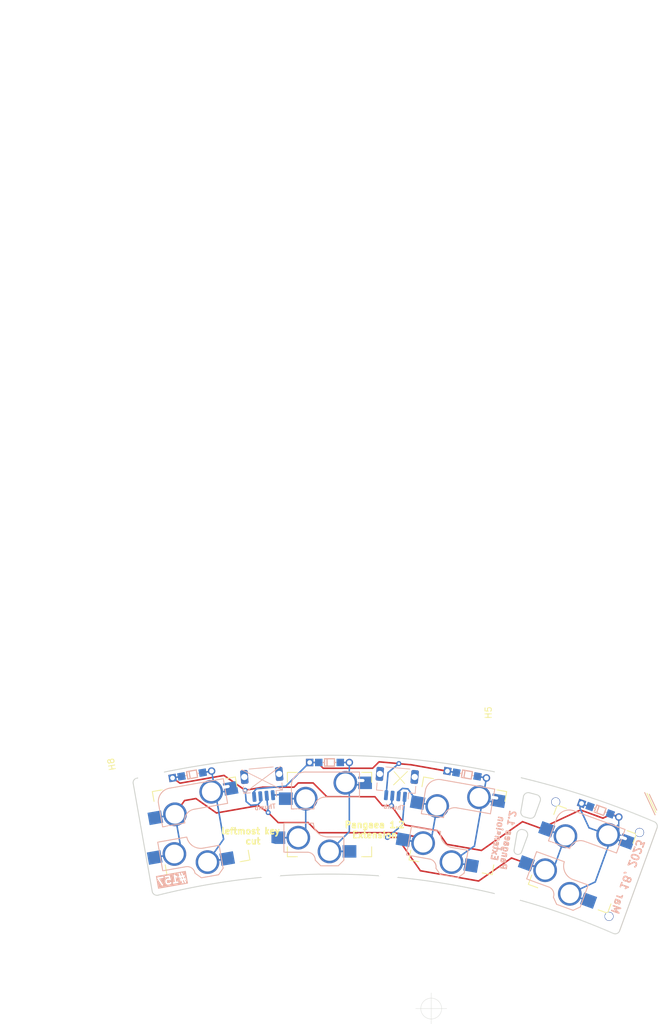
<source format=kicad_pcb>
(kicad_pcb (version 20221018) (generator pcbnew)
  (title_block (rev "1") (company "@e3w2q"))
  (layers (0 "F.Cu" signal) (31 "B.Cu" signal) (34 "B.Paste" user) (35 "F.Paste" user) (36 "B.SilkS" user "B.Silkscreen") (37 "F.SilkS" user "F.Silkscreen") (38 "B.Mask" user) (39 "F.Mask" user) (44 "Edge.Cuts" user))
  (net 0 "")
  (footprint "#footprint:CherryMX_Choc_Hotswap_rev9_test" (layer "F.Cu") (at 87.820884 125.352791 -10)
    (fp_text reference "SW20" hide)
    (fp_text value "SW_Push" hide)
    (fp_line (start -7.3 1.4) (end -7.3 6) (stroke (width 0.15)) (layer "B.SilkS"))
    (fp_line (start -6.1 -4.85) (end -6.1 -0.905) (stroke (width 0.15)) (layer "B.SilkS"))
    (fp_line (start -6.1 -0.896) (end -2.49 -0.896) (stroke (width 0.15)) (layer "B.SilkS"))
    (fp_line (start -3.5 6.025) (end -7.275 6.025) (stroke (width 0.15)) (layer "B.SilkS"))
    (fp_line (start -2.575 1.375) (end -7.3 1.375) (stroke (width 0.15)) (layer "B.SilkS"))
    (fp_line (start -2.28 7.3) (end -1.4 8.2) (stroke (width 0.15)) (layer "B.SilkS"))
    (fp_line (start 1.4 8.2) (end -1.4 8.2) (stroke (width 0.15)) (layer "B.SilkS"))
    (fp_line (start 2.275 3.575) (end -0.275 3.575) (stroke (width 0.15)) (layer "B.SilkS"))
    (fp_line (start 2.3 3.6) (end 2.3 7.3) (stroke (width 0.15)) (layer "B.SilkS"))
    (fp_line (start 2.3 7.3) (end 1.4 8.2) (stroke (width 0.15)) (layer "B.SilkS"))
    (fp_line (start 4.8 -6.804) (end -3.825 -6.804) (stroke (width 0.15)) (layer "B.SilkS"))
    (fp_line (start 4.8 -2.8) (end -0.6 -2.8) (stroke (width 0.15)) (layer "B.SilkS"))
    (fp_line (start 4.8 -2.8) (end 4.8 -6.804) (stroke (width 0.15)) (layer "B.SilkS"))
    (fp_arc (start -6.1 -4.85) (mid -5.3507 -6.278974) (end -3.825 -6.804) (stroke (width 0.15)) (layer "B.SilkS"))
    (fp_arc (start -3.5 6.025) (mid -2.633993 6.417536) (end -2.28 7.3) (stroke (width 0.15)) (layer "B.SilkS"))
    (fp_arc (start -2.49 -0.896) (mid -1.960306 -2.260251) (end -0.6 -2.8) (stroke (width 0.15)) (layer "B.SilkS"))
    (fp_arc (start -0.275 3.575) (mid -1.872559 2.942903) (end -2.575 1.375) (stroke (width 0.15)) (layer "B.SilkS"))
    (fp_line (start -6.746875 -6.746875) (end -5.159375 -6.746875) (stroke (width 0.15)) (layer "F.SilkS"))
    (fp_line (start -6.746875 -5.159375) (end -6.746875 -6.746875) (stroke (width 0.15)) (layer "F.SilkS"))
    (fp_line (start -6.746875 6.746875) (end -6.746875 5.159375) (stroke (width 0.15)) (layer "F.SilkS"))
    (fp_line (start -5.159375 6.746875) (end -6.746875 6.746875) (stroke (width 0.15)) (layer "F.SilkS"))
    (fp_line (start 5.159375 -6.746875) (end 6.746875 -6.746875) (stroke (width 0.15)) (layer "F.SilkS"))
    (fp_line (start 6.746875 -6.746875) (end 6.746875 -5.159375) (stroke (width 0.15)) (layer "F.SilkS"))
    (fp_line (start 6.746875 5.159375) (end 6.746875 6.746875) (stroke (width 0.15)) (layer "F.SilkS"))
    (fp_line (start 6.746875 6.746875) (end 5.159375 6.746875) (stroke (width 0.15)) (layer "F.SilkS"))
    (pad "" np_thru_hole circle (at -5.5 0 80) (size 1.68 1.68) (drill 1.68) (layers "F&B.Cu" "*.Mask"))
    (pad "" np_thru_hole circle (at -5.08 0 350) (size 1.7 1.7) (drill 1.7) (layers "*.Cu" "*.Mask"))
    (pad "" np_thru_hole circle (at 0 0 80) (size 4.9 4.9) (drill 4.9) (layers "F&B.Cu" "*.Mask"))
    (pad "" np_thru_hole oval (at 5 -5.45 170) (size 1.2 0.5) (drill oval 1.2 0.5) (layers "F&B.Cu" "*.Mask"))
    (pad "" np_thru_hole circle (at 5.08 0 350) (size 1.7 1.7) (drill 1.7) (layers "*.Cu" "*.Mask"))
    (pad "" np_thru_hole circle (at 5.5 0 80) (size 1.68 1.68) (drill 1.68) (layers "F&B.Cu" "*.Mask"))
    (pad "1" smd rect (at -8.2 3.7 350) (size 2.2 2) (layers "B.Cu" "B.Paste" "B.Mask"))
    (pad "1" smd rect (at -7 -2.54 350) (size 2.2 2) (layers "B.Cu" "B.Paste" "B.Mask"))
    (pad "1" thru_hole circle (at -5 3.7 80) (size 3.8 3.8) (drill 3) (layers "*.Cu" "B.Mask"))
    (pad "1" thru_hole circle (at -3.81 -2.54 170) (size 3.8 3.8) (drill 3) (layers "*.Cu" "B.Mask"))
    (pad "2" thru_hole circle (at 0 5.9 80) (size 3.8 3.8) (drill 3) (layers "*.Cu" "B.Mask"))
    (pad "2" thru_hole circle (at 2.54 -5.08 170) (size 3.8 3.8) (drill 3) (layers "*.Cu" "B.Mask"))
    (pad "2" smd rect (at 3.2 5.89 350) (size 2.2 2) (layers "B.Cu" "B.Paste" "B.Mask"))
    (pad "2" smd rect (at 5.7 -5.08 350) (size 2.2 2) (layers "B.Cu" "B.Paste" "B.Mask"))
  )
  (footprint "#footprint:M1.4_tapping_Hole_rev2" (layer "F.Cu") (at 116.915481 126.420537)
    (fp_text reference "H55" hide)
    (fp_text value "MountingHole" hide)
    (pad "" thru_hole circle (at 0 0) (size 1.43 1.43) (drill 1.28) (layers "*.Cu" "*.Mask"))
  )
  (footprint "#footprint:M2_Nut_Hole_rev2" (layer "F.Cu") (at 76.788168 131.09425 90)
    (fp_text reference "H14")
    (fp_text value "MountingHole")
    (pad "" np_thru_hole oval (at 0 0 90) (size 6 4.2) (drill oval 6 4.2) (layers "F&B.Cu" "*.Mask"))
  )
  (footprint "#footprint:diode_TH_SMD_rev3" (layer "F.Cu") (at 45.255191 117.142488 10)
    (fp_text reference "D16")
    (fp_text value "D" hide)
    (fp_line (start -0.992182 0) (end -0.793744 0) (stroke (width 0.2)) (layer "B.SilkS"))
    (fp_line (start -0.793744 -0.595314) (end -0.793744 0.595314) (stroke (width 0.2)) (layer "B.SilkS"))
    (fp_line (start -0.793744 0.595314) (end 0.79376 0.595314) (stroke (width 0.2)) (layer "B.SilkS"))
    (fp_line (start -0.396868 0.595314) (end -0.396868 -0.595314) (stroke (width 0.2)) (layer "B.SilkS"))
    (fp_line (start 0.79376 -0.595314) (end -0.793744 -0.595314) (stroke (width 0.2)) (layer "B.SilkS"))
    (fp_line (start 0.79376 0) (end 0.992198 0) (stroke (width 0.2)) (layer "B.SilkS"))
    (fp_line (start 0.79376 0.595314) (end 0.79376 -0.595314) (stroke (width 0.2)) (layer "B.SilkS"))
    (pad "1" thru_hole rect (at -3.175 0 10) (size 1.2 1.2) (drill 0.75) (layers "*.Cu" "B.Mask"))
    (pad "1" smd rect (at -1.725 0 10) (size 1.2 1.2) (layers "B.Cu" "B.Paste" "B.Mask"))
    (pad "2" smd rect (at 1.725 0 10) (size 1.2 1.2) (layers "B.Cu" "B.Paste" "B.Mask"))
    (pad "2" thru_hole circle (at 3.175 0 10) (size 1.2 1.2) (drill 0.75) (layers "*.Cu" "B.Mask"))
  )
  (footprint "#footprint:M2_Nut_Hole_rev2" (layer "F.Cu") (at 38.688172 116.409876 90)
    (fp_text reference "H8" (at 0.898946 -6.308789 100 unlocked) (layer "F.SilkS"))
    (fp_text value "MountingHole")
    (pad "" np_thru_hole oval (at 0.069876 -0.028172 90) (size 6 4.2) (drill oval 6 4.2) (layers "F&B.Cu" "*.Mask"))
  )
  (footprint "#footprint:diode_TH_SMD_rev3" (layer "F.Cu") (at 67.26317 115.219246)
    (fp_text reference "D19")
    (fp_text value "D" hide)
    (fp_line (start -0.992182 0) (end -0.793744 0) (stroke (width 0.2)) (layer "B.SilkS"))
    (fp_line (start -0.793744 -0.595314) (end -0.793744 0.595314) (stroke (width 0.2)) (layer "B.SilkS"))
    (fp_line (start -0.793744 0.595314) (end 0.79376 0.595314) (stroke (width 0.2)) (layer "B.SilkS"))
    (fp_line (start -0.396868 0.595314) (end -0.396868 -0.595314) (stroke (width 0.2)) (layer "B.SilkS"))
    (fp_line (start 0.79376 -0.595314) (end -0.793744 -0.595314) (stroke (width 0.2)) (layer "B.SilkS"))
    (fp_line (start 0.79376 0) (end 0.992198 0) (stroke (width 0.2)) (layer "B.SilkS"))
    (fp_line (start 0.79376 0.595314) (end 0.79376 -0.595314) (stroke (width 0.2)) (layer "B.SilkS"))
    (pad "1" thru_hole rect (at -3.175 0) (size 1.2 1.2) (drill 0.75) (layers "*.Cu" "B.Mask"))
    (pad "1" smd rect (at -1.725 0) (size 1.2 1.2) (layers "B.Cu" "B.Paste" "B.Mask"))
    (pad "2" smd rect (at 1.725 0) (size 1.2 1.2) (layers "B.Cu" "B.Paste" "B.Mask"))
    (pad "2" thru_hole circle (at 3.175 0) (size 1.2 1.2) (drill 0.75) (layers "*.Cu" "B.Mask"))
  )
  (footprint "#footprint:M2_Nut_Hole_rev2" (layer "F.Cu") (at 95.838173 135.459873 90)
    (fp_text reference "H6")
    (fp_text value "MountingHole")
    (pad "" np_thru_hole oval (at 0 0 90) (size 6 4.2) (drill oval 6 4.2) (layers "F&B.Cu" "*.Mask"))
  )
  (footprint "#footprint:M1.4_tapping_Hole_rev2" (layer "F.Cu") (at 31.044945 121.53341)
    (fp_text reference "H49" hide)
    (fp_text value "MountingHole" hide)
  )
  (footprint "#footprint:M1.4_tapping_Hole_rev2" (layer "F.Cu") (at 112.029756 139.847195)
    (fp_text reference "H56" hide)
    (fp_text value "MountingHole" hide)
    (pad "" thru_hole circle (at 0 0) (size 1.43 1.43) (drill 1.28) (layers "*.Cu" "*.Mask"))
  )
  (footprint "#footprint:CherryMX_Choc_Hotswap_rev9_test" (layer "F.Cu") (at 107.758511 130.693298 -20)
    (fp_text reference "SW35" hide)
    (fp_text value "SW_Push" hide)
    (fp_line (start -7.3 1.4) (end -7.3 6) (stroke (width 0.15)) (layer "B.SilkS"))
    (fp_line (start -6.1 -4.85) (end -6.1 -0.905) (stroke (width 0.15)) (layer "B.SilkS"))
    (fp_line (start -6.1 -0.896) (end -2.49 -0.896) (stroke (width 0.15)) (layer "B.SilkS"))
    (fp_line (start -3.5 6.025) (end -7.275 6.025) (stroke (width 0.15)) (layer "B.SilkS"))
    (fp_line (start -2.575 1.375) (end -7.3 1.375) (stroke (width 0.15)) (layer "B.SilkS"))
    (fp_line (start -2.28 7.3) (end -1.4 8.2) (stroke (width 0.15)) (layer "B.SilkS"))
    (fp_line (start 1.4 8.2) (end -1.4 8.2) (stroke (width 0.15)) (layer "B.SilkS"))
    (fp_line (start 2.275 3.575) (end -0.275 3.575) (stroke (width 0.15)) (layer "B.SilkS"))
    (fp_line (start 2.3 3.6) (end 2.3 7.3) (stroke (width 0.15)) (layer "B.SilkS"))
    (fp_line (start 2.3 7.3) (end 1.4 8.2) (stroke (width 0.15)) (layer "B.SilkS"))
    (fp_line (start 4.8 -6.804) (end -3.825 -6.804) (stroke (width 0.15)) (layer "B.SilkS"))
    (fp_line (start 4.8 -2.8) (end -0.6 -2.8) (stroke (width 0.15)) (layer "B.SilkS"))
    (fp_line (start 4.8 -2.8) (end 4.8 -6.804) (stroke (width 0.15)) (layer "B.SilkS"))
    (fp_arc (start -6.1 -4.85) (mid -5.3507 -6.278973) (end -3.825 -6.804) (stroke (width 0.15)) (layer "B.SilkS"))
    (fp_arc (start -3.5 6.025) (mid -2.633993 6.417537) (end -2.28 7.3) (stroke (width 0.15)) (layer "B.SilkS"))
    (fp_arc (start -2.49 -0.896) (mid -1.960305 -2.260252) (end -0.6 -2.8) (stroke (width 0.15)) (layer "B.SilkS"))
    (fp_arc (start -0.275 3.575) (mid -1.87256 2.942903) (end -2.575 1.375) (stroke (width 0.15)) (layer "B.SilkS"))
    (fp_line (start -6.746875 -6.746875) (end -5.159375 -6.746875) (stroke (width 0.15)) (layer "F.SilkS"))
    (fp_line (start -6.746875 -5.159375) (end -6.746875 -6.746875) (stroke (width 0.15)) (layer "F.SilkS"))
    (fp_line (start -6.746875 6.746875) (end -6.746875 5.159375) (stroke (width 0.15)) (layer "F.SilkS"))
    (fp_line (start -5.159375 6.746875) (end -6.746875 6.746875) (stroke (width 0.15)) (layer "F.SilkS"))
    (fp_line (start 5.159375 -6.746875) (end 6.746875 -6.746875) (stroke (width 0.15)) (layer "F.SilkS"))
    (fp_line (start 6.746875 -6.746875) (end 6.746875 -5.159375) (stroke (width 0.15)) (layer "F.SilkS"))
    (fp_line (start 6.746875 5.159375) (end 6.746875 6.746875) (stroke (width 0.15)) (layer "F.SilkS"))
    (fp_line (start 6.746875 6.746875) (end 5.159375 6.746875) (stroke (width 0.15)) (layer "F.SilkS"))
    (pad "" np_thru_hole circle (at -5.5 0 70) (size 1.68 1.68) (drill 1.68) (layers "F&B.Cu" "*.Mask"))
    (pad "" np_thru_hole circle (at -5.08 0 340) (size 1.7 1.7) (drill 1.7) (layers "*.Cu" "*.Mask"))
    (pad "" np_thru_hole circle (at 0 0 70) (size 4.9 4.9) (drill 4.9) (layers "F&B.Cu" "*.Mask"))
    (pad "" np_thru_hole oval (at 5 -5.45 160) (size 1.2 0.5) (drill oval 1.2 0.5) (layers "F&B.Cu" "*.Mask"))
    (pad "" np_thru_hole circle (at 5.08 0 340) (size 1.7 1.7) (drill 1.7) (layers "*.Cu" "*.Mask"))
    (pad "" np_thru_hole circle (at 5.5 0 70) (size 1.68 1.68) (drill 1.68) (layers "F&B.Cu" "*.Mask"))
    (pad "1" smd rect (at -8.2 3.7 340) (size 2.2 2) (layers "B.Cu" "B.Paste" "B.Mask"))
    (pad "1" smd rect (at -7 -2.54 340) (size 2.2 2) (layers "B.Cu" "B.Paste" "B.Mask"))
    (pad "1" thru_hole circle (at -5 3.7 70) (size 3.8 3.8) (drill 3) (layers "*.Cu" "B.Mask"))
    (pad "1" thru_hole circle (at -3.81 -2.54 160) (size 3.8 3.8) (drill 3) (layers "*.Cu" "B.Mask"))
    (pad "2" thru_hole circle (at 0 5.9 70) (size 3.8 3.8) (drill 3) (layers "*.Cu" "B.Mask"))
    (pad "2" thru_hole circle (at 2.54 -5.08 160) (size 3.8 3.8) (drill 3) (layers "*.Cu" "B.Mask"))
    (pad "2" smd rect (at 3.2 5.89 340) (size 2.2 2) (layers "B.Cu" "B.Paste" "B.Mask"))
    (pad "2" smd rect (at 5.7 -5.08 340) (size 2.2 2) (layers "B.Cu" "B.Paste" "B.Mask"))
  )
  (footprint "#footprint:M2_Nut_Hole_rev2" (layer "F.Cu") (at 95.83817 116.409867 90)
    (fp_text reference "H5" (at 9.159666 -3.125116 90 unlocked) (layer "F.SilkS"))
    (fp_text value "MountingHole")
    (pad "" np_thru_hole oval (at 0 0 90) (size 6 4.2) (drill oval 6 4.2) (layers "F&B.Cu" "*.Mask"))
  )
  (footprint "#footprint:CherryMX_Choc_Hotswap_rev9_test" (layer "F.Cu") (at 46.702436 125.350247 10)
    (fp_text reference "SW16" hide)
    (fp_text value "SW_Push" hide)
    (fp_line (start -7.3 1.4) (end -7.3 6) (stroke (width 0.15)) (layer "B.SilkS"))
    (fp_line (start -6.1 -4.85) (end -6.1 -0.905) (stroke (width 0.15)) (layer "B.SilkS"))
    (fp_line (start -6.1 -0.896) (end -2.49 -0.896) (stroke (width 0.15)) (layer "B.SilkS"))
    (fp_line (start -3.5 6.025) (end -7.275 6.025) (stroke (width 0.15)) (layer "B.SilkS"))
    (fp_line (start -2.575 1.375) (end -7.3 1.375) (stroke (width 0.15)) (layer "B.SilkS"))
    (fp_line (start -2.28 7.3) (end -1.4 8.2) (stroke (width 0.15)) (layer "B.SilkS"))
    (fp_line (start 1.4 8.2) (end -1.4 8.2) (stroke (width 0.15)) (layer "B.SilkS"))
    (fp_line (start 2.275 3.575) (end -0.275 3.575) (stroke (width 0.15)) (layer "B.SilkS"))
    (fp_line (start 2.3 3.6) (end 2.3 7.3) (stroke (width 0.15)) (layer "B.SilkS"))
    (fp_line (start 2.3 7.3) (end 1.4 8.2) (stroke (width 0.15)) (layer "B.SilkS"))
    (fp_line (start 4.8 -6.804) (end -3.825 -6.804) (stroke (width 0.15)) (layer "B.SilkS"))
    (fp_line (start 4.8 -2.8) (end -0.6 -2.8) (stroke (width 0.15)) (layer "B.SilkS"))
    (fp_line (start 4.8 -2.8) (end 4.8 -6.804) (stroke (width 0.15)) (layer "B.SilkS"))
    (fp_arc (start -6.1 -4.85) (mid -5.3507 -6.278973) (end -3.825 -6.804) (stroke (width 0.15)) (layer "B.SilkS"))
    (fp_arc (start -3.5 6.025) (mid -2.633993 6.417536) (end -2.28 7.3) (stroke (width 0.15)) (layer "B.SilkS"))
    (fp_arc (start -2.49 -0.896) (mid -1.960305 -2.260252) (end -0.6 -2.8) (stroke (width 0.15)) (layer "B.SilkS"))
    (fp_arc (start -0.275 3.575) (mid -1.872559 2.942903) (end -2.575 1.375) (stroke (width 0.15)) (layer "B.SilkS"))
    (fp_line (start -6.746875 -6.746875) (end -5.159375 -6.746875) (stroke (width 0.15)) (layer "F.SilkS"))
    (fp_line (start -6.746875 -5.159375) (end -6.746875 -6.746875) (stroke (width 0.15)) (layer "F.SilkS"))
    (fp_line (start -6.746875 6.746875) (end -6.746875 5.159375) (stroke (width 0.15)) (layer "F.SilkS"))
    (fp_line (start -5.159375 6.746875) (end -6.746875 6.746875) (stroke (width 0.15)) (layer "F.SilkS"))
    (fp_line (start 5.159375 -6.746875) (end 6.746875 -6.746875) (stroke (width 0.15)) (layer "F.SilkS"))
    (fp_line (start 6.746875 -6.746875) (end 6.746875 -5.159375) (stroke (width 0.15)) (layer "F.SilkS"))
    (fp_line (start 6.746875 5.159375) (end 6.746875 6.746875) (stroke (width 0.15)) (layer "F.SilkS"))
    (fp_line (start 6.746875 6.746875) (end 5.159375 6.746875) (stroke (width 0.15)) (layer "F.SilkS"))
    (pad "" np_thru_hole circle (at -5.5 0 100) (size 1.68 1.68) (drill 1.68) (layers "F&B.Cu" "*.Mask"))
    (pad "" np_thru_hole circle (at -5.08 0 10) (size 1.7 1.7) (drill 1.7) (layers "*.Cu" "*.Mask"))
    (pad "" np_thru_hole circle (at 0 0 100) (size 4.9 4.9) (drill 4.9) (layers "F&B.Cu" "*.Mask"))
    (pad "" np_thru_hole oval (at 5 -5.45 190) (size 1.2 0.5) (drill oval 1.2 0.5) (layers "F&B.Cu" "*.Mask"))
    (pad "" np_thru_hole circle (at 5.08 0 10) (size 1.7 1.7) (drill 1.7) (layers "*.Cu" "*.Mask"))
    (pad "" np_thru_hole circle (at 5.5 0 100) (size 1.68 1.68) (drill 1.68) (layers "F&B.Cu" "*.Mask"))
    (pad "1" smd rect (at -8.2 3.7 10) (size 2.2 2) (layers "B.Cu" "B.Paste" "B.Mask"))
    (pad "1" smd rect (at -7 -2.54 10) (size 2.2 2) (layers "B.Cu" "B.Paste" "B.Mask"))
    (pad "1" thru_hole circle (at -5 3.7 100) (size 3.8 3.8) (drill 3) (layers "*.Cu" "B.Mask"))
    (pad "1" thru_hole circle (at -3.81 -2.54 190) (size 3.8 3.8) (drill 3) (layers "*.Cu" "B.Mask"))
    (pad "2" thru_hole circle (at 0 5.9 100) (size 3.8 3.8) (drill 3) (layers "*.Cu" "B.Mask"))
    (pad "2" thru_hole circle (at 2.54 -5.08 190) (size 3.8 3.8) (drill 3) (layers "*.Cu" "B.Mask"))
    (pad "2" smd rect (at 3.2 5.89 10) (size 2.2 2) (layers "B.Cu" "B.Paste" "B.Mask"))
    (pad "2" smd rect (at 5.7 -5.08 10) (size 2.2 2) (layers "B.Cu" "B.Paste" "B.Mask"))
  )
  (footprint "#footprint:diode_TH_SMD_rev3" (layer "F.Cu") (at 89.268134 117.145038 -10)
    (fp_text reference "D20")
    (fp_text value "D" hide)
    (fp_line (start -0.992182 0) (end -0.793744 0) (stroke (width 0.2)) (layer "B.SilkS"))
    (fp_line (start -0.793744 -0.595314) (end -0.793744 0.595314) (stroke (width 0.2)) (layer "B.SilkS"))
    (fp_line (start -0.793744 0.595314) (end 0.79376 0.595314) (stroke (width 0.2)) (layer "B.SilkS"))
    (fp_line (start -0.396868 0.595314) (end -0.396868 -0.595314) (stroke (width 0.2)) (layer "B.SilkS"))
    (fp_line (start 0.79376 -0.595314) (end -0.793744 -0.595314) (stroke (width 0.2)) (layer "B.SilkS"))
    (fp_line (start 0.79376 0) (end 0.992198 0) (stroke (width 0.2)) (layer "B.SilkS"))
    (fp_line (start 0.79376 0.595314) (end 0.79376 -0.595314) (stroke (width 0.2)) (layer "B.SilkS"))
    (pad "1" thru_hole rect (at -3.175 0 350) (size 1.2 1.2) (drill 0.75) (layers "*.Cu" "B.Mask"))
    (pad "1" smd rect (at -1.725 0 350) (size 1.2 1.2) (layers "B.Cu" "B.Paste" "B.Mask"))
    (pad "2" smd rect (at 1.725 0 350) (size 1.2 1.2) (layers "B.Cu" "B.Paste" "B.Mask"))
    (pad "2" thru_hole circle (at 3.175 0 350) (size 1.2 1.2) (drill 0.75) (layers "*.Cu" "B.Mask"))
  )
  (footprint "#footprint:diode_TH_SMD_rev3" (layer "F.Cu") (at 110.609033 122.861549 -20)
    (fp_text reference "D35")
    (fp_text value "D" hide)
    (fp_line (start -0.992182 0) (end -0.793744 0) (stroke (width 0.2)) (layer "B.SilkS"))
    (fp_line (start -0.793744 -0.595314) (end -0.793744 0.595314) (stroke (width 0.2)) (layer "B.SilkS"))
    (fp_line (start -0.793744 0.595314) (end 0.79376 0.595314) (stroke (width 0.2)) (layer "B.SilkS"))
    (fp_line (start -0.396868 0.595314) (end -0.396868 -0.595314) (stroke (width 0.2)) (layer "B.SilkS"))
    (fp_line (start 0.79376 -0.595314) (end -0.793744 -0.595314) (stroke (width 0.2)) (layer "B.SilkS"))
    (fp_line (start 0.79376 0) (end 0.992198 0) (stroke (width 0.2)) (layer "B.SilkS"))
    (fp_line (start 0.79376 0.595314) (end 0.79376 -0.595314) (stroke (width 0.2)) (layer "B.SilkS"))
    (pad "1" thru_hole rect (at -3.175 0 340) (size 1.2 1.2) (drill 0.75) (layers "*.Cu" "B.Mask"))
    (pad "1" smd rect (at -1.725 0 340) (size 1.2 1.2) (layers "B.Cu" "B.Paste" "B.Mask"))
    (pad "2" smd rect (at 1.725 0 340) (size 1.2 1.2) (layers "B.Cu" "B.Paste" "B.Mask"))
    (pad "2" thru_hole circle (at 3.175 0 340) (size 1.2 1.2) (drill 0.75) (layers "*.Cu" "B.Mask"))
  )
  (footprint "#footprint:M2_Nut_Hole_rev2" (layer "F.Cu") (at 57.738174 131.094247 90)
    (fp_text reference "H13")
    (fp_text value "MountingHole")
    (pad "" np_thru_hole oval (at 0 0 90) (size 6 4.2) (drill oval 6 4.2) (layers "F&B.Cu" "*.Mask"))
  )
  (footprint "#footprint:CherryMX_Choc_Hotswap_rev9_test" (layer "F.Cu") (at 67.263171 123.553619)
    (fp_text reference "SW19" hide)
    (fp_text value "SW_Push" hide)
    (fp_line (start -7.3 1.4) (end -7.3 6) (stroke (width 0.15)) (layer "B.SilkS"))
    (fp_line (start -6.1 -4.85) (end -6.1 -0.905) (stroke (width 0.15)) (layer "B.SilkS"))
    (fp_line (start -6.1 -0.896) (end -2.49 -0.896) (stroke (width 0.15)) (layer "B.SilkS"))
    (fp_line (start -3.5 6.025) (end -7.275 6.025) (stroke (width 0.15)) (layer "B.SilkS"))
    (fp_line (start -2.575 1.375) (end -7.3 1.375) (stroke (width 0.15)) (layer "B.SilkS"))
    (fp_line (start -2.28 7.3) (end -1.4 8.2) (stroke (width 0.15)) (layer "B.SilkS"))
    (fp_line (start 1.4 8.2) (end -1.4 8.2) (stroke (width 0.15)) (layer "B.SilkS"))
    (fp_line (start 2.275 3.575) (end -0.275 3.575) (stroke (width 0.15)) (layer "B.SilkS"))
    (fp_line (start 2.3 3.6) (end 2.3 7.3) (stroke (width 0.15)) (layer "B.SilkS"))
    (fp_line (start 2.3 7.3) (end 1.4 8.2) (stroke (width 0.15)) (layer "B.SilkS"))
    (fp_line (start 4.8 -6.804) (end -3.825 -6.804) (stroke (width 0.15)) (layer "B.SilkS"))
    (fp_line (start 4.8 -2.8) (end -0.6 -2.8) (stroke (width 0.15)) (layer "B.SilkS"))
    (fp_line (start 4.8 -2.8) (end 4.8 -6.804) (stroke (width 0.15)) (layer "B.SilkS"))
    (fp_arc (start -6.1 -4.85) (mid -5.3507 -6.278973) (end -3.825 -6.804) (stroke (width 0.15)) (layer "B.SilkS"))
    (fp_arc (start -3.5 6.025) (mid -2.633993 6.417536) (end -2.28 7.3) (stroke (width 0.15)) (layer "B.SilkS"))
    (fp_arc (start -2.49 -0.896) (mid -1.960305 -2.260252) (end -0.6 -2.8) (stroke (width 0.15)) (layer "B.SilkS"))
    (fp_arc (start -0.275 3.575) (mid -1.872559 2.942903) (end -2.575 1.375) (stroke (width 0.15)) (layer "B.SilkS"))
    (fp_line (start -6.746875 -6.746875) (end -5.159375 -6.746875) (stroke (width 0.15)) (layer "F.SilkS"))
    (fp_line (start -6.746875 -5.159375) (end -6.746875 -6.746875) (stroke (width 0.15)) (layer "F.SilkS"))
    (fp_line (start -6.746875 6.746875) (end -6.746875 5.159375) (stroke (width 0.15)) (layer "F.SilkS"))
    (fp_line (start -5.159375 6.746875) (end -6.746875 6.746875) (stroke (width 0.15)) (layer "F.SilkS"))
    (fp_line (start 5.159375 -6.746875) (end 6.746875 -6.746875) (stroke (width 0.15)) (layer "F.SilkS"))
    (fp_line (start 6.746875 -6.746875) (end 6.746875 -5.159375) (stroke (width 0.15)) (layer "F.SilkS"))
    (fp_line (start 6.746875 5.159375) (end 6.746875 6.746875) (stroke (width 0.15)) (layer "F.SilkS"))
    (fp_line (start 6.746875 6.746875) (end 5.159375 6.746875) (stroke (width 0.15)) (layer "F.SilkS"))
    (pad "" np_thru_hole circle (at -5.5 0 90) (size 1.68 1.68) (drill 1.68) (layers "F&B.Cu" "*.Mask"))
    (pad "" np_thru_hole circle (at -5.08 0) (size 1.7 1.7) (drill 1.7) (layers "*.Cu" "*.Mask"))
    (pad "" np_thru_hole circle (at 0 0 90) (size 4.9 4.9) (drill 4.9) (layers "F&B.Cu" "*.Mask"))
    (pad "" np_thru_hole oval (at 5 -5.45 180) (size 1.2 0.5) (drill oval 1.2 0.5) (layers "F&B.Cu" "*.Mask"))
    (pad "" np_thru_hole circle (at 5.08 0) (size 1.7 1.7) (drill 1.7) (layers "*.Cu" "*.Mask"))
    (pad "" np_thru_hole circle (at 5.5 0 90) (size 1.68 1.68) (drill 1.68) (layers "F&B.Cu" "*.Mask"))
    (pad "1" smd rect (at -8.2 3.7) (size 2.2 2) (layers "B.Cu" "B.Paste" "B.Mask"))
    (pad "1" smd rect (at -7 -2.54) (size 2.2 2) (layers "B.Cu" "B.Paste" "B.Mask"))
    (pad "1" thru_hole circle (at -5 3.7 90) (size 3.8 3.8) (drill 3) (layers "*.Cu" "B.Mask"))
    (pad "1" thru_hole circle (at -3.81 -2.54 180) (size 3.8 3.8) (drill 3) (layers "*.Cu" "B.Mask"))
    (pad "2" thru_hole circle (at 0 5.9 90) (size 3.8 3.8) (drill 3) (layers "*.Cu" "B.Mask"))
    (pad "2" thru_hole circle (at 2.54 -5.08 180) (size 3.8 3.8) (drill 3) (layers "*.Cu" "B.Mask"))
    (pad "2" smd rect (at 3.2 5.89) (size 2.2 2) (layers "B.Cu" "B.Paste" "B.Mask"))
    (pad "2" smd rect (at 5.7 -5.08) (size 2.2 2) (layers "B.Cu" "B.Paste" "B.Mask"))
  )
  (footprint "#footprint:M1.4_tapping_Hole_rev2" (layer "F.Cu") (at 17.628748 126.416282)
    (fp_text reference "H48" hide)
    (fp_text value "MountingHole" hide)
  )
  (footprint "#footprint:M1.4_tapping_Hole_rev2" (layer "F.Cu") (at 103.488832 121.531455)
    (fp_text reference "H54" hide)
    (fp_text value "MountingHole" hide)
    (pad "" thru_hole circle (at 0 0) (size 1.43 1.43) (drill 1.28) (layers "*.Cu" "*.Mask"))
  )
  (footprint "#footprint:JST_SH_BM03B-SRSS-TB_1x04-1MP_P1.00mm_Vertical" (layer "B.Cu") (at 56.547541 118.79112 -175)
    (fp_text reference "J11")
    (fp_text value "Conn_01x04")
    (fp_line (start -3.11 -1.11) (end -2.06 -1.11) (stroke (width 0.12)) (layer "B.SilkS"))
    (fp_line (start -3.11 -1.11) (end 3.11 2.7) (stroke (width 0.12)) (layer "B.SilkS"))
    (fp_line (start -3.11 0.04) (end -3.11 -1.11) (stroke (width 0.12)) (layer "B.SilkS"))
    (fp_line (start -2.06 -1.11) (end -2.06 -2.1) (stroke (width 0.12)) (layer "B.SilkS"))
    (fp_line (start -1.94 2.7) (end 1.94 2.7) (stroke (width 0.12)) (layer "B.SilkS"))
    (fp_line (start 3.11 -1.11) (end -3.11 2.7) (stroke (width 0.12)) (layer "B.SilkS"))
    (fp_line (start 3.11 -1.11) (end 2.06 -1.11) (stroke (width 0.12)) (layer "B.SilkS"))
    (fp_line (start 3.11 0.04) (end 3.11 -1.11) (stroke (width 0.12)) (layer "B.SilkS"))
    (pad "1" smd roundrect (at -1.5 -1.8 185) (size 0.6 1.6) (layers "B.Cu" "B.Paste" "B.Mask"))
    (pad "2" smd roundrect (at -0.5 -1.8 185) (size 0.6 1.6) (layers "B.Cu" "B.Paste" "B.Mask"))
    (pad "3" smd roundrect (at 0.5 -1.8 185) (size 0.6 1.6) (layers "B.Cu" "B.Paste" "B.Mask"))
    (pad "4" smd roundrect (at 1.5 -1.8 185) (size 0.6 1.6) (layers "B.Cu" "B.Paste" "B.Mask"))
    (pad "MP" thru_hole roundrect (at -2.8 1.5 185) (size 1.2 2.2) (drill 1) (layers "*.Cu" "*.Mask") (roundrect_rratio 0.208))
    (pad "MP" thru_hole roundrect (at 2.8 1.5 185) (size 1.2 2.2) (drill 1) (layers "*.Cu" "*.Mask") (roundrect_rratio 0.208))
  )
  (footprint "#footprint:JST_SH_BM03B-SRSS-TB_1x04-1MP_P1.00mm_Vertical" (layer "B.Cu") (at 77.97879 118.791119 175)
    (fp_text reference "J12")
    (fp_text value "Conn_01x04")
    (fp_line (start -3.11 -1.11) (end -2.06 -1.11) (stroke (width 0.12)) (layer "B.SilkS"))
    (fp_line (start -3.11 0.04) (end -3.11 -1.11) (stroke (width 0.12)) (layer "B.SilkS"))
    (fp_line (start -2.06 -1.11) (end -2.06 -2.1) (stroke (width 0.12)) (layer "B.SilkS"))
    (fp_line (start -1.94 2.7) (end 1.94 2.7) (stroke (width 0.12)) (layer "B.SilkS"))
    (fp_line (start 3.11 -1.11) (end 2.06 -1.11) (stroke (width 0.12)) (layer "B.SilkS"))
    (fp_line (start 3.11 0.04) (end 3.11 -1.11) (stroke (width 0.12)) (layer "B.SilkS"))
    (pad "1" smd roundrect (at -1.5 -1.8 175) (size 0.6 1.6) (layers "B.Cu" "B.Paste" "B.Mask"))
    (pad "2" smd roundrect (at -0.5 -1.8 175) (size 0.6 1.6) (layers "B.Cu" "B.Paste" "B.Mask"))
    (pad "3" smd roundrect (at 0.5 -1.8 175) (size 0.6 1.6) (layers "B.Cu" "B.Paste" "B.Mask"))
    (pad "4" smd roundrect (at 1.5 -1.8 175) (size 0.6 1.6) (layers "B.Cu" "B.Paste" "B.Mask"))
    (pad "MP" thru_hole roundrect (at -2.8 1.5 175) (size 1.2 2.2) (drill 1) (layers "*.Cu" "*.Mask") (roundrect_rratio 0.208))
    (pad "MP" thru_hole roundrect (at 2.8 1.5 175) (size 1.2 2.2) (drill 1) (layers "*.Cu" "*.Mask") (roundrect_rratio 0.208))
  )
  (gr_line (start 118.482477 120.304004) (end 119.668488 122.847408) (stroke (width 0.15)) (layer "B.SilkS"))
  (gr_line (start 117.736598 120.032525) (end 119.397011 123.593286) (stroke (width 0.15)) (layer "B.SilkS"))
  (gr_line (start 119.695688 125.746794) (end 113.723144 142.156222) (stroke (width 0.15)) (layer "B.SilkS"))
  (gr_line (start 79.75 116.65) (end 77.525 118.8) (stroke (width 0.12)) (layer "F.SilkS"))
  (gr_line (start 118.482477 120.304004) (end 119.668488 122.847408) (stroke (width 0.15)) (layer "F.SilkS"))
  (gr_line (start 77.525 118.8) (end 78.6375 117.725) (stroke (width 0.12)) (layer "F.SilkS"))
  (gr_line (start 118.109541 120.168265) (end 119.532743 123.220344) (stroke (width 0.15)) (layer "F.SilkS"))
  (gr_line (start 117.736598 120.032525) (end 119.397011 123.593286) (stroke (width 0.15)) (layer "F.SilkS"))
  (gr_line (start 77.6 116.675) (end 79.3 118.6) (stroke (width 0.12)) (layer "F.SilkS"))
  (gr_arc (start 98.327918 120.63171) (mid 98.697746 120.149741) (end 99.300057 120.070445) (stroke (width 0.15)) (layer "Edge.Cuts"))
  (gr_arc (start 100.209375 123.568736) (mid 99.839555 124.050709) (end 99.237246 124.130013) (stroke (width 0.15)) (layer "Edge.Cuts"))
  (gr_line (start 98.054283 129.472122) (end 98.975596 126.975501) (stroke (width 0.15)) (layer "Edge.Cuts"))
  (gr_arc (start 39.906931 136.4265) (mid 39.3 136.4) (end 38.889574 135.952097) (stroke (width 0.15)) (layer "Edge.Cuts"))
  (gr_line (start 96.837216 129.146004) (end 97.28764 126.523216) (stroke (width 0.15)) (layer "Edge.Cuts"))
  (gr_arc (start 98.414334 126.003354) (mid 98.896307 126.373185) (end 98.975603 126.975501) (stroke (width 0.15)) (layer "Edge.Cuts"))
  (gr_line (start 113.708165 142.193826) (end 119.725791 125.672713) (stroke (width 0.15)) (layer "Edge.Cuts"))
  (gr_arc (start 98.483816 123.928131) (mid 98.001842 123.558309) (end 97.922538 122.955999) (stroke (width 0.15)) (layer "Edge.Cuts"))
  (gr_arc (start 35.85 118.7) (mid 35.872407 118.154502) (end 36.26 117.77) (stroke (width 0.15)) (layer "Edge.Cuts"))
  (gr_line (start 99.300057 120.070443) (end 100.459178 120.381027) (stroke (width 0.15)) (layer "Edge.Cuts"))
  (gr_line (start 98.483816 123.928131) (end 99.23723 124.130004) (stroke (width 0.15)) (layer "Edge.Cuts"))
  (gr_arc (start 119.319482 124.724719) (mid 119.699035 125.123112) (end 119.725791 125.672713) (stroke (width 0.15)) (layer "Edge.Cuts"))
  (gr_line (start 100.209375 123.568736) (end 101.020438 121.353164) (stroke (width 0.15)) (layer "Edge.Cuts"))
  (gr_arc (start 36.26 117.77) (mid 78.352542 114.521317) (end 119.319482 124.724722) (stroke (width 0.15)) (layer "Edge.Cuts"))
  (gr_arc (start 98.054292 129.472114) (mid 97.282699 129.917597) (end 96.837216 129.146004) (stroke (width 0.15)) (layer "Edge.Cuts"))
  (gr_line (start 98.259776 125.961946) (end 98.414334 126.003354) (stroke (width 0.15)) (layer "Edge.Cuts"))
  (gr_line (start 98.327918 120.63171) (end 97.922543 122.955986) (stroke (width 0.15)) (layer "Edge.Cuts"))
  (gr_arc (start 39.906931 136.4265) (mid 76.8157 133.481675) (end 112.708513 142.572066) (stroke (width 0.15)) (layer "Edge.Cuts"))
  (gr_arc (start 97.28764 126.523216) (mid 97.657467 126.041245) (end 98.259779 125.961947) (stroke (width 0.15)) (layer "Edge.Cuts"))
  (gr_arc (start 113.708165 142.193826) (mid 113.287377 142.591836) (end 112.708512 142.572069) (stroke (width 0.15)) (layer "Edge.Cuts"))
  (gr_arc (start 100.459178 120.381027) (mid 100.941146 120.750859) (end 101.020439 121.353172) (stroke (width 0.15)) (layer "Edge.Cuts"))
  (gr_line (start 38.889574 135.952097) (end 35.85 118.7) (stroke (width 0.15)) (layer "Edge.Cuts"))
  (gr_text "Thumb" (at 56.944414 122.362997 5) (layer "B.SilkS") (effects (font (size 0.7 0.7)) (justify mirror)))
  (gr_text "#157" (at 42 134 10) (layer "B.SilkS" knockout) (effects (font (size 1.2 1.2) (thickness 0.25)) (justify mirror)))
  (gr_text "Pangaea 1.2\nExtension" (at 95 127.5 260) (layer "B.SilkS") (effects (font (size 1 1) (thickness 0.25)) (justify mirror)))
  (gr_text "Mar 18, 2023" (at 115 133.5 250) (layer "B.SilkS") (effects (font (size 1.2 1.2) (thickness 0.25)) (justify mirror)))
  (gr_text "Thumb" (at 77.581916 122.362995 -5) (layer "B.SilkS") (effects (font (size 0.7 0.7)) (justify mirror)))
  (gr_text "Pangaea 1.2\nExtension" (at 74.5 126) (layer "F.SilkS") (effects (font (size 1 1) (thickness 0.25))))
  (gr_text "leftmost key \ncut" (at 55 127) (layer "F.SilkS") (effects (font (size 1 1) (thickness 0.25))))
  (target plus (at 83.55 154.6) (size 5) (width 0.05) (layer "Edge.Cuts"))
  (segment (start 111.054915 124.129116) (end 112.38613 123.508362) (width 0.25) (layer "F.Cu") (net 0))
  (segment (start 75.105167 115.207508) (end 74.168918 116.14376) (width 0.25) (layer "F.Cu") (net 0))
  (segment (start 50.363032 117.287588) (end 52.839968 119.021954) (width 0.25) (layer "F.Cu") (net 0))
  (segment (start 101.126666 125.766823) (end 107.45141 122.817549) (width 0.25) (layer "F.Cu") (net 0))
  (segment (start 98.205971 124.70378) (end 101.126666 125.766823) (width 0.25) (layer "F.Cu") (net 0))
  (segment (start 49.160915 123.297646) (end 45.864534 120.9895) (width 0.25) (layer "F.Cu") (net 0))
  (segment (start 59.050546 124.843079) (end 63.844703 124.84308) (width 0.25) (layer "F.Cu") (net 0))
  (segment (start 109.563153 123.586158) (end 111.054915 124.129116) (width 0.25) (layer "F.Cu") (net 0))
  (segment (start 77.185212 122.124942) (end 79.360052 125.230939) (width 0.25) (layer "F.Cu") (net 0))
  (segment (start 87.436088 128.560681) (end 87.826935 128.629595) (width 0.25) (layer "F.Cu") (net 0))
  (segment (start 82.254348 128.128341) (end 82.282744 128.108461) (width 0.25) (layer "F.Cu") (net 0))
  (segment (start 77.293089 126.45886) (end 77.331708 126.431823) (width 0.25) (layer "F.Cu") (net 0))
  (segment (start 107.45141 122.817549) (end 111.054915 124.129116) (width 0.25) (layer "F.Cu") (net 0))
  (segment (start 81.888764 125.676818) (end 84.529245 126.142411) (width 0.25) (layer "F.Cu") (net 0))
  (segment (start 96.398373 130.507372) (end 91.141636 134.188177) (width 0.25) (layer "F.Cu") (net 0))
  (segment (start 75.217106 115.118283) (end 75.075944 115.236733) (width 0.25) (layer "F.Cu") (net 0))
  (segment (start 96.458941 130.518053) (end 96.398373 130.507372) (width 0.25) (layer "F.Cu") (net 0))
  (segment (start 98.162621 124.696136) (end 98.205971 124.70378) (width 0.25) (layer "F.Cu") (net 0))
  (segment (start 65.333373 115.219251) (end 66.257884 116.143758) (width 0.25) (layer "F.Cu") (net 0))
  (segment (start 76.534015 127.215565) (end 76.520472 127.22911) (width 0.25) (layer "F.Cu") (net 0))
  (segment (start 57.439431 123.231966) (end 59.050546 124.843079) (width 0.25) (layer "F.Cu") (net 0))
  (segment (start 91.141636 134.188177) (end 81.817345 132.544051) (width 0.25) (layer "F.Cu") (net 0))
  (segment (start 77.185212 122.124942) (end 75.740249 122.124942) (width 0.25) (layer "F.Cu") (net 0))
  (segment (start 82.254348 128.128341) (end 81.592489 127.183109) (width 0.25) (layer "F.Cu") (net 0))
  (segment (start 45.864534 120.9895) (end 44.05046 121.309368) (width 0.25) (layer "F.Cu") (net 0))
  (segment (start 81.817345 132.544051) (end 78.12421 127.269716) (width 0.25) (layer "F.Cu") (net 0))
  (segment (start 75.662075 122.04677) (end 74.530437 120.698132) (width 0.25) (layer "F.Cu") (net 0))
  (segment (start 77.331708 126.431823) (end 77.957349 126.542135) (width 0.25) (layer "F.Cu") (net 0))
  (segment (start 101.794578 132.460059) (end 101.82599 132.445409) (width 0.25) (layer "F.Cu") (net 0))
  (segment (start 96.398373 130.507372) (end 96.231957 130.623898) (width 0.25) (layer "F.Cu") (net 0))
  (segment (start 86.051606 128.316557) (end 87.436088 128.560681) (width 0.25) (layer "F.Cu") (net 0))
  (segment (start 81.592489 127.183109) (end 77.957349 126.542135) (width 0.25) (layer "F.Cu") (net 0))
  (segment (start 77.957349 126.542135) (end 78.192561 126.583611) (width 0.25) (layer "F.Cu") (net 0))
  (segment (start 91.595942 129.294177) (end 98.162621 124.696136) (width 0.25) (layer "F.Cu") (net 0))
  (segment (start 65.460483 126.458861) (end 77.293089 126.45886) (width 0.25) (layer "F.Cu") (net 0))
  (segment (start 75.105167 115.207508) (end 75.075944 115.236733) (width 0.25) (layer "F.Cu") (net 0))
  (segment (start 43.321482 118.529207) (end 50.363032 117.287588) (width 0.25) (layer "F.Cu") (net 0))
  (segment (start 78.382207 115.413577) (end 80.275891 115.579253) (width 0.25) (layer "F.Cu") (net 0))
  (segment (start 55.849028 122.11835) (end 49.160915 123.297646) (width 0.25) (layer "F.Cu") (net 0))
  (segment (start 78.363713 115.39358) (end 75.217106 115.118283) (width 0.25) (layer "F.Cu") (net 0))
  (segment (start 87.436088 128.560681) (end 91.595942 129.294177) (width 0.25) (layer "F.Cu") (net 0))
  (segment (start 64.63845 118.493075) (end 62.257202 118.493075) (width 0.25) (layer "F.Cu") (net 0))
  (segment (start 79.360052 125.230939) (end 81.888764 125.676818) (width 0.25) (layer "F.Cu") (net 0))
  (segment (start 75.740249 122.124942) (end 75.662075 122.04677) (width 0.25) (layer "F.Cu") (net 0))
  (segment (start 52.839968 119.021954) (end 53.299727 119.343882) (width 0.25) (layer "F.Cu") (net 0))
  (segment (start 78.12421 127.269716) (end 78.070062 127.215567) (width 0.25) (layer "F.Cu") (net 0))
  (segment (start 101.794573 132.46006) (end 96.458941 130.518053) (width 0.25) (layer "F.Cu") (net 0))
  (segment (start 78.070062 127.215567) (end 76.534015 127.215565) (width 0.25) (layer "F.Cu") (net 0))
  (segment (start 86.159866 116.613702) (end 80.278898 115.576728) (width 0.25) (layer "F.Cu") (net 0))
  (segment (start 61.579982 119.170293) (end 56.56972 119.17029) (width 0.25) (layer "F.Cu") (net 0))
  (segment (start 52.839968 119.021954) (end 53.759488 119.665808) (width 0.25) (layer "F.Cu") (net 0))
  (segment (start 57.439431 123.231966) (end 55.849028 122.11835) (width 0.25) (layer "F.Cu") (net 0))
  (segment (start 85.889579 116.234112) (end 86.141368 116.593706) (width 0.25) (layer "F.Cu") (net 0))
  (segment (start 84.529245 126.142411) (end 86.051606 128.316557) (width 0.25) (layer "F.Cu") (net 0))
  (segment (start 42.128424 117.693815) (end 43.321482 118.529207) (width 0.25) (layer "F.Cu") (net 0))
  (segment (start 62.287678 127.229111) (end 62.26317 127.253617) (width 0.25) (layer "F.Cu") (net 0))
  (segment (start 81.801555 125.661442) (end 81.888764 125.676818) (width 0.25) (layer "F.Cu") (net 0))
  (segment (start 84.096804 116.249929) (end 86.154741 116.612799) (width 0.25) (layer "F.Cu") (net 0))
  (segment (start 74.168918 116.14376) (end 66.257884 116.143758) (width 0.25) (layer "F.Cu") (net 0))
  (segment (start 62.257202 118.493075) (end 61.579982 119.170293) (width 0.25) (layer "F.Cu") (net 0))
  (segment (start 112.38613 123.508362) (end 113.592556 123.947465) (width 0.25) (layer "F.Cu") (net 0))
  (segment (start 56.56972 119.17029) (end 53.759488 119.665808) (width 0.25) (layer "F.Cu") (net 0))
  (segment (start 66.843501 120.698132) (end 64.63845 118.493075) (width 0.25) (layer "F.Cu") (net 0))
  (segment (start 63.844703 124.84308) (end 65.460483 126.458861) (width 0.25) (layer "F.Cu") (net 0))
  (segment (start 57.439431 123.231966) (end 57.329579 123.24158) (width 0.25) (layer "F.Cu") (net 0))
  (segment (start 64.088168 115.219247) (end 65.333373 115.219251) (width 0.25) (layer "F.Cu") (net 0))
  (segment (start 44.05046 121.309368) (end 42.509255 123.510432) (width 0.25) (layer "F.Cu") (net 0))
  (segment (start 74.530437 120.698132) (end 66.843501 120.698132) (width 0.25) (layer "F.Cu") (net 0))
  (via (at 76.534015 127.215565) (size 0.8) (drill 0.4) (layers "F.Cu" "B.Cu") (net 0))
  (via (at 53.759488 119.665808) (size 0.8) (drill 0.4) (layers "F.Cu" "B.Cu") (net 0))
  (via (at 77.185212 122.124942) (size 0.8) (drill 0.4) (layers "F.Cu" "B.Cu") (net 0))
  (via (at 57.439431 123.231966) (size 0.8) (drill 0.4) (layers "F.Cu" "B.Cu") (net 0))
  (via (at 78.363713 115.39358) (size 0.8) (drill 0.4) (layers "F.Cu" "B.Cu") (net 0))
  (segment (start 81.368299 121.635848) (end 79.842274 119.456465) (width 0.25) (layer "B.Cu") (net 0))
  (segment (start 84.509835 122.189786) (end 83.632912 127.163066) (width 0.25) (layer "B.Cu") (net 0))
  (segment (start 70.438162 129.418619) (end 70.463165 129.443618) (width 0.25) (layer "B.Cu") (net 0))
  (segment (start 78.947537 119.362842) (end 79.669572 119.426013) (width 0.25) (layer "B.Cu") (net 0))
  (segment (start 86.14137 116.593709) (end 87.569339 116.845495) (width 0.25) (layer "B.Cu") (net 0))
  (segment (start 55.140407 119.918049) (end 55.555381 119.423497) (width 0.25) (layer "B.Cu") (net 0))
  (segment (start 49.002201 120.108762) (end 51.269063 119.709056) (width 0.25) (layer "B.Cu") (net 0))
  (segment (start 70.463171 129.443619) (end 67.273169 129.443617) (width 0.25) (layer "B.Cu") (net 0))
  (segment (start 113.592557 123.947463) (end 113.592557 126.60951) (width 0.2) (layer "B.Cu") (net 0))
  (segment (start 54.65125 122.074741) (end 55.816207 121.972822) (width 0.25) (layer "B.Cu") (net 0))
  (segment (start 78.363713 115.39358) (end 76.644067 116.836533) (width 0.25) (layer "B.Cu") (net 0))
  (segment (start 107.593228 121.82047) (end 108.955784 122.316407) (width 0.25) (layer "B.Cu") (net 0))
  (segment (start 70.438163 115.219247) (end 68.988167 115.21925) (width 0.25) (layer "B.Cu") (net 0))
  (segment (start 111.882792 126.788392) (end 108.824675 125.675331) (width 0.25) (layer "B.Cu") (net 0))
  (segment (start 56.276047 121.424805) (end 56.206328 120.627848) (width 0.25) (layer "B.Cu") (net 0))
  (segment (start 55.816207 121.972822) (end 56.276047 121.424805) (width 0.25) (layer "B.Cu") (net 0))
  (segment (start 92.394903 117.69637) (end 90.614614 127.792879) (width 0.25) (layer "B.Cu") (net 0))
  (segment (start 78.389735 119.8309) (end 78.947537 119.362842) (width 0.25) (layer "B.Cu") (net 0))
  (segment (start 63.453164 126.063621) (end 62.263172 127.253618) (width 0.25) (layer "B.Cu") (net 0))
  (segment (start 50.302396 127.482509) (end 50.197649 126.888463) (width 0.25) (layer "B.Cu") (net 0))
  (segment (start 84.509835 122.189786) (end 81.368295 121.63585) (width 0.25) (layer "B.Cu") (net 0))
  (segment (start 43.386178 128.483712) (end 42.420898 129.862275) (width 0.25) (layer "B.Cu") (net 0))
  (segment (start 79.316205 120.715009) (end 78.922846 125.211101) (width 0.25) (layer "B.Cu") (net 0))
  (segment (start 92.3949 117.696374) (end 90.966925 117.444586) (width 0.25) (layer "B.Cu") (net 0))
  (segment (start 112.244987 127.679112) (end 111.850528 126.833186) (width 0.25) (layer "B.Cu") (net 0))
  (segment (start 107.354031 122.521513) (end 107.625511 121.775637) (width 0.25) (layer "B.Cu") (net 0))
  (segment (start 48.381955 116.591152) (end 50.197649 126.888463) (width 0.25) (layer "B.Cu") (net 0))
  (segment (start 67.273169 129.443617) (end 67.26317 129.453619) (width 0.25) (layer "B.Cu") (net 0))
  (segment (start 59.463789 120.342855) (end 60.263171 121.013621) (width 0.25) (layer "B.Cu") (net 0))
  (segment (start 50.876608 130.595089) (end 47.735073 131.149026) (width 0.25) (layer "B.Cu") (net 0))
  (segment (start 59.063174 127.253619) (end 62.263172 127.253618) (width 0.25) (layer "B.Cu") (net 0))
  (segment (start 112.197725 123.49637) (end 113.560279 123.992296) (width 0.25) (layer "B.Cu") (net 0))
  (segment (start 89.929204 131.680027) (end 89.949482 131.708987) (width 0.25) (layer "B.Cu") (net 0))
  (segment (start 90.474462 128.587723) (end 90.614614 127.792879) (width 0.25) (layer "B.Cu") (net 0))
  (segment (start 108.824675 125.675331) (end 107.354031 122.521513) (width 0.25) (layer "B.Cu") (net 0))
  (segment (start 105.708327 136.282277) (end 108.705948 137.373318) (width 0.25) (layer "B.Cu") (net 0))
  (segment (start 53.916294 121.458037) (end 54.65125 122.074741) (width 0.25) (layer "B.Cu") (net 0))
  (segment (start 78.320012 120.627855) (end 78.389735 119.8309) (width 0.25) (layer "B.Cu") (net 0))
  (segment (start 70.438165 115.219251) (end 70.438165 124.820533) (width 0.25) (layer "B.Cu") (net 0))
  (segment (start 78.922846 125.211101) (end 76.534015 127.215565) (width 0.25) (layer "B.Cu") (net 0))
  (segment (start 89.94948 131.708984) (end 86.807944 131.155046) (width 0.25) (layer "B.Cu") (net 0))
  (segment (start 110.208388 133.274628) (end 112.244987 127.679112) (width 0.25) (layer "B.Cu") (net 0))
  (segment (start 53.759488 119.665808) (end 53.916294 121.458037) (width 0.25) (layer "B.Cu") (net 0))
  (segment (start 64.054536 115.219247) (end 64.088168 115.219248) (width 0.25) (layer "B.Cu") (net 0))
  (segment (start 113.592557 123.947463) (end 113.592557 125.078627) (width 0.2) (layer "B.Cu") (net 0))
  (segment (start 70.438166 118.791123) (end 72.739992 118.791121) (width 0.25) (layer "B.Cu") (net 0))
  (segment (start 57.437858 123.230646) (end 57.202519 120.540696) (width 0.25) (layer "B.Cu") (net 0))
  (segment (start 113.592557 125.078627) (end 111.882793 126.788391) (width 0.2) (layer "B.Cu") (net 0))
  (segment (start 101.762312 132.504852) (end 103.287543 131.793624) (width 0.25) (layer "B.Cu") (net 0))
  (segment (start 91.808019 121.242477) (end 94.074872 121.642189) (width 0.25) (layer "B.Cu") (net 0))
  (segment (start 98.755292 131.410385) (end 101.762312 132.504852) (width 0.25) (layer "B.Cu") (net 0))
  (segment (start 64.088166 115.21925) (end 65.538165 115.219247) (width 0.25) (layer "B.Cu") (net 0))
  (segment (start 39.269515 130.417951) (end 42.420898 129.862275) (width 0.25) (layer "B.Cu") (net 0))
  (segment (start 42.128424 117.693815) (end 43.556396 117.442027) (width 0.25) (layer "B.Cu") (net 0))
  (segment (start 76.644067 116.836533) (end 76.327622 120.453537) (width 0.25) (layer "B.Cu") (net 0))
  (segment (start 50.847651 130.574809) (end 50.876611 130.595086) (width 0.25) (layer "B.Cu") (net 0))
  (segment (start 86.796361 131.163158) (end 90.474462 128.587723) (width 0.25) (layer "B.Cu") (net 0))
  (segment (start 70.438164 126.278626) (end 70.438165 124.820533) (width 0.25) (layer "B.Cu") (net 0))
  (segment (start 55.210131 120.715008) (end 55.140407 119.918049) (width 0.25) (layer "B.Cu") (net 0))
  (segment (start 47.735073 131.149026) (end 47.72696 131.160611) (width 0.25) (layer "B.Cu") (net 0))
  (segment (start 47.726959 131.160613) (end 50.302396 127.482509) (width 0.25) (layer "B.Cu") (net 0))
  (segment (start 83.632912 127.163066) (end 82.254347 128.128342) (width 0.25) (layer "B.Cu") (net 0))
  (segment (start 79.842274 119.456465) (end 79.669572 119.426013) (width 0.25) (layer "B.Cu") (net 0))
  (segment (start 39.367722 124.064368) (end 42.509256 123.510434) (width 0.25) (layer "B.Cu") (net 0))
  (segment (start 108.705948 137.373318) (end 108.718763 137.367347) (width 0.25) (layer "B.Cu") (net 0))
  (segment (start 57.439431 123.231966) (end 57.437858 123.230646) (width 0.25) (layer "B.Cu") (net 0))
  (segment (start 109.822846 134.333898) (end 110.208388 133.274628) (width 0.25) (layer "B.Cu") (net 0))
  (segment (start 78.922846 125.211101) (end 78.445627 125.611534) (width 0.25) (layer "B.Cu") (net 0))
  (segment (start 111.972762 127.095319) (end 114.135767 127.882592) (width 0.25) (layer "B.Cu") (net 0))
  (segment (start 58.198715 120.453537) (end 59.463789 120.342855) (width 0.25) (layer "B.Cu") (net 0))
  (segment (start 113.592557 126.60951) (end 114.852221 127.869174) (width 0.2) (layer "B.Cu") (net 0))
  (segment (start 102.017128 125.957132) (end 105.014743 127.048175) (width 0.25) (layer "B.Cu") (net 0))
  (segment (start 60.26207 119.011717) (end 64.054536 115.219247) (width 0.25) (layer "B.Cu") (net 0))
  (segment (start 42.509256 123.510434) (end 43.386178 128.483712) (width 0.25) (layer "B.Cu") (net 0))
  (segment (start 46.953983 116.842941) (end 48.381955 116.591151) (width 0.25) (layer "B.Cu") (net 0))
  (segment (start 67.263171 129.453617) (end 70.438164 126.278626) (width 0.25) (layer "B.Cu") (net 0))
  (segment (start 86.807944 131.155046) (end 86.796359 131.163158) (width 0.25) (layer "B.Cu") (net 0))
  (segment (start 55.555381 119.423497) (end 60.26207 119.011717) (width 0.25) (layer "B.Cu") (net 0))
  (segment (start 103.287543 131.793624) (end 105.014743 127.048175) (width 0.25) (layer "B.Cu") (net 0))
  (segment (start 63.453169 121.013619) (end 63.453164 126.063621) (width 0.25) (layer "B.Cu") (net 0))
  (segment (start 77.185212 122.124942) (end 77.323814 120.540692) (width 0.25) (layer "B.Cu") (net 0))
  (segment (start 60.263168 121.013618) (end 63.453169 121.013619) (width 0.25) (layer "B.Cu") (net 0))
  (segment (start 82.254347 128.128342) (end 79.102959 127.572669) (width 0.25) (layer "B.Cu") (net 0))
  (segment (start 105.740592 136.237485) (end 109.822846 134.333898) (width 0.25) (layer "B.Cu") (net 0))
)
</source>
